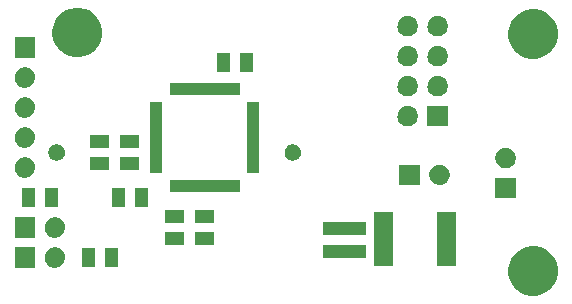
<source format=gts>
G04 (created by PCBNEW (2013-jul-07)-stable) date Ср. 13 мая 2015 13:25:07*
%MOIN*%
G04 Gerber Fmt 3.4, Leading zero omitted, Abs format*
%FSLAX34Y34*%
G01*
G70*
G90*
G04 APERTURE LIST*
%ADD10C,0.00590551*%
G04 APERTURE END LIST*
G54D10*
G36*
X43340Y-13473D02*
X43339Y-13535D01*
X43322Y-13614D01*
X43300Y-13662D01*
X43253Y-13728D01*
X43216Y-13764D01*
X43147Y-13808D01*
X43099Y-13827D01*
X43018Y-13841D01*
X42967Y-13840D01*
X42886Y-13822D01*
X42840Y-13802D01*
X42772Y-13755D01*
X42737Y-13718D01*
X42692Y-13649D01*
X42673Y-13602D01*
X42658Y-13520D01*
X42659Y-13470D01*
X42676Y-13388D01*
X42696Y-13342D01*
X42743Y-13273D01*
X42779Y-13238D01*
X42849Y-13192D01*
X42894Y-13174D01*
X42977Y-13158D01*
X43026Y-13159D01*
X43109Y-13176D01*
X43154Y-13194D01*
X43225Y-13242D01*
X43259Y-13276D01*
X43306Y-13347D01*
X43324Y-13392D01*
X43340Y-13473D01*
X43340Y-13473D01*
G37*
G36*
X43340Y-14473D02*
X43339Y-14535D01*
X43322Y-14614D01*
X43300Y-14662D01*
X43253Y-14728D01*
X43216Y-14764D01*
X43147Y-14808D01*
X43099Y-14827D01*
X43018Y-14841D01*
X42967Y-14840D01*
X42886Y-14822D01*
X42840Y-14802D01*
X42772Y-14755D01*
X42737Y-14718D01*
X42692Y-14649D01*
X42673Y-14602D01*
X42658Y-14520D01*
X42659Y-14470D01*
X42676Y-14388D01*
X42696Y-14342D01*
X42743Y-14273D01*
X42779Y-14238D01*
X42849Y-14192D01*
X42894Y-14174D01*
X42977Y-14158D01*
X43026Y-14159D01*
X43109Y-14176D01*
X43154Y-14194D01*
X43225Y-14242D01*
X43259Y-14276D01*
X43306Y-14347D01*
X43324Y-14392D01*
X43340Y-14473D01*
X43340Y-14473D01*
G37*
G36*
X43340Y-15473D02*
X43339Y-15535D01*
X43322Y-15614D01*
X43300Y-15662D01*
X43253Y-15728D01*
X43216Y-15764D01*
X43147Y-15808D01*
X43099Y-15827D01*
X43018Y-15841D01*
X42967Y-15840D01*
X42886Y-15822D01*
X42840Y-15802D01*
X42772Y-15755D01*
X42737Y-15718D01*
X42692Y-15649D01*
X42673Y-15602D01*
X42658Y-15520D01*
X42659Y-15470D01*
X42676Y-15388D01*
X42696Y-15342D01*
X42743Y-15273D01*
X42779Y-15238D01*
X42849Y-15192D01*
X42894Y-15174D01*
X42977Y-15158D01*
X43026Y-15159D01*
X43109Y-15176D01*
X43154Y-15194D01*
X43225Y-15242D01*
X43259Y-15276D01*
X43306Y-15347D01*
X43324Y-15392D01*
X43340Y-15473D01*
X43340Y-15473D01*
G37*
G36*
X43340Y-16473D02*
X43339Y-16535D01*
X43322Y-16614D01*
X43300Y-16662D01*
X43253Y-16728D01*
X43216Y-16764D01*
X43147Y-16808D01*
X43099Y-16827D01*
X43018Y-16841D01*
X42967Y-16840D01*
X42886Y-16822D01*
X42840Y-16802D01*
X42772Y-16755D01*
X42737Y-16718D01*
X42692Y-16649D01*
X42673Y-16602D01*
X42658Y-16520D01*
X42659Y-16470D01*
X42676Y-16388D01*
X42696Y-16342D01*
X42743Y-16273D01*
X42779Y-16238D01*
X42849Y-16192D01*
X42894Y-16174D01*
X42977Y-16158D01*
X43026Y-16159D01*
X43109Y-16176D01*
X43154Y-16194D01*
X43225Y-16242D01*
X43259Y-16276D01*
X43306Y-16347D01*
X43324Y-16392D01*
X43340Y-16473D01*
X43340Y-16473D01*
G37*
G36*
X43341Y-12841D02*
X42658Y-12841D01*
X42658Y-12158D01*
X43341Y-12158D01*
X43341Y-12841D01*
X43341Y-12841D01*
G37*
G36*
X43341Y-17816D02*
X42908Y-17816D01*
X42908Y-17183D01*
X43341Y-17183D01*
X43341Y-17816D01*
X43341Y-17816D01*
G37*
G36*
X43341Y-18841D02*
X42658Y-18841D01*
X42658Y-18158D01*
X43341Y-18158D01*
X43341Y-18841D01*
X43341Y-18841D01*
G37*
G36*
X43341Y-19841D02*
X42658Y-19841D01*
X42658Y-19158D01*
X43341Y-19158D01*
X43341Y-19841D01*
X43341Y-19841D01*
G37*
G36*
X44091Y-17816D02*
X43658Y-17816D01*
X43658Y-17183D01*
X44091Y-17183D01*
X44091Y-17816D01*
X44091Y-17816D01*
G37*
G36*
X44339Y-15979D02*
X44339Y-16027D01*
X44324Y-16094D01*
X44307Y-16130D01*
X44268Y-16186D01*
X44239Y-16214D01*
X44181Y-16251D01*
X44144Y-16265D01*
X44076Y-16277D01*
X44037Y-16276D01*
X43969Y-16261D01*
X43934Y-16246D01*
X43876Y-16206D01*
X43850Y-16178D01*
X43812Y-16119D01*
X43798Y-16084D01*
X43785Y-16014D01*
X43786Y-15977D01*
X43800Y-15907D01*
X43815Y-15873D01*
X43855Y-15814D01*
X43882Y-15788D01*
X43942Y-15749D01*
X43976Y-15735D01*
X44046Y-15722D01*
X44083Y-15722D01*
X44153Y-15737D01*
X44187Y-15751D01*
X44247Y-15791D01*
X44272Y-15817D01*
X44312Y-15877D01*
X44326Y-15910D01*
X44339Y-15979D01*
X44339Y-15979D01*
G37*
G36*
X44340Y-18473D02*
X44339Y-18535D01*
X44322Y-18614D01*
X44300Y-18662D01*
X44253Y-18728D01*
X44216Y-18764D01*
X44147Y-18808D01*
X44099Y-18827D01*
X44018Y-18841D01*
X43967Y-18840D01*
X43886Y-18822D01*
X43840Y-18802D01*
X43772Y-18755D01*
X43737Y-18718D01*
X43692Y-18649D01*
X43673Y-18602D01*
X43658Y-18520D01*
X43659Y-18470D01*
X43676Y-18388D01*
X43696Y-18342D01*
X43743Y-18273D01*
X43779Y-18238D01*
X43849Y-18192D01*
X43894Y-18174D01*
X43977Y-18158D01*
X44026Y-18159D01*
X44109Y-18176D01*
X44154Y-18194D01*
X44225Y-18242D01*
X44259Y-18276D01*
X44306Y-18347D01*
X44324Y-18392D01*
X44340Y-18473D01*
X44340Y-18473D01*
G37*
G36*
X44340Y-19473D02*
X44339Y-19535D01*
X44322Y-19614D01*
X44300Y-19662D01*
X44253Y-19728D01*
X44216Y-19764D01*
X44147Y-19808D01*
X44099Y-19827D01*
X44018Y-19841D01*
X43967Y-19840D01*
X43886Y-19822D01*
X43840Y-19802D01*
X43772Y-19755D01*
X43737Y-19718D01*
X43692Y-19649D01*
X43673Y-19602D01*
X43658Y-19520D01*
X43659Y-19470D01*
X43676Y-19388D01*
X43696Y-19342D01*
X43743Y-19273D01*
X43779Y-19238D01*
X43849Y-19192D01*
X43894Y-19174D01*
X43977Y-19158D01*
X44026Y-19159D01*
X44109Y-19176D01*
X44154Y-19194D01*
X44225Y-19242D01*
X44259Y-19276D01*
X44306Y-19347D01*
X44324Y-19392D01*
X44340Y-19473D01*
X44340Y-19473D01*
G37*
G36*
X45341Y-19816D02*
X44908Y-19816D01*
X44908Y-19183D01*
X45341Y-19183D01*
X45341Y-19816D01*
X45341Y-19816D01*
G37*
G36*
X45578Y-11925D02*
X45575Y-12097D01*
X45536Y-12269D01*
X45476Y-12404D01*
X45374Y-12548D01*
X45267Y-12650D01*
X45118Y-12745D01*
X44980Y-12798D01*
X44806Y-12829D01*
X44659Y-12826D01*
X44485Y-12788D01*
X44351Y-12729D01*
X44204Y-12628D01*
X44103Y-12522D01*
X44006Y-12372D01*
X43952Y-12237D01*
X43920Y-12061D01*
X43922Y-11915D01*
X43959Y-11740D01*
X44017Y-11606D01*
X44118Y-11458D01*
X44222Y-11357D01*
X44372Y-11258D01*
X44506Y-11204D01*
X44683Y-11170D01*
X44827Y-11171D01*
X45004Y-11208D01*
X45137Y-11264D01*
X45287Y-11365D01*
X45388Y-11467D01*
X45488Y-11617D01*
X45543Y-11750D01*
X45578Y-11925D01*
X45578Y-11925D01*
G37*
G36*
X45816Y-15841D02*
X45183Y-15841D01*
X45183Y-15408D01*
X45816Y-15408D01*
X45816Y-15841D01*
X45816Y-15841D01*
G37*
G36*
X45816Y-16591D02*
X45183Y-16591D01*
X45183Y-16158D01*
X45816Y-16158D01*
X45816Y-16591D01*
X45816Y-16591D01*
G37*
G36*
X46091Y-19816D02*
X45658Y-19816D01*
X45658Y-19183D01*
X46091Y-19183D01*
X46091Y-19816D01*
X46091Y-19816D01*
G37*
G36*
X46341Y-17816D02*
X45908Y-17816D01*
X45908Y-17183D01*
X46341Y-17183D01*
X46341Y-17816D01*
X46341Y-17816D01*
G37*
G36*
X46816Y-15841D02*
X46183Y-15841D01*
X46183Y-15408D01*
X46816Y-15408D01*
X46816Y-15841D01*
X46816Y-15841D01*
G37*
G36*
X46816Y-16591D02*
X46183Y-16591D01*
X46183Y-16158D01*
X46816Y-16158D01*
X46816Y-16591D01*
X46816Y-16591D01*
G37*
G36*
X47091Y-17816D02*
X46658Y-17816D01*
X46658Y-17183D01*
X47091Y-17183D01*
X47091Y-17816D01*
X47091Y-17816D01*
G37*
G36*
X47585Y-16672D02*
X47188Y-16672D01*
X47188Y-16591D01*
X47188Y-16553D01*
X47188Y-16414D01*
X47188Y-16394D01*
X47188Y-16376D01*
X47188Y-16356D01*
X47188Y-16216D01*
X47188Y-16197D01*
X47188Y-16178D01*
X47188Y-16159D01*
X47188Y-16019D01*
X47188Y-16000D01*
X47188Y-15981D01*
X47188Y-15962D01*
X47188Y-15822D01*
X47188Y-15803D01*
X47188Y-15784D01*
X47188Y-15765D01*
X47188Y-15627D01*
X47188Y-15607D01*
X47188Y-15589D01*
X47188Y-15569D01*
X47188Y-15430D01*
X47188Y-15410D01*
X47188Y-15392D01*
X47188Y-15372D01*
X47188Y-15234D01*
X47188Y-15215D01*
X47188Y-15196D01*
X47188Y-15177D01*
X47188Y-15037D01*
X47188Y-15018D01*
X47188Y-14999D01*
X47188Y-14980D01*
X47188Y-14840D01*
X47188Y-14821D01*
X47188Y-14802D01*
X47188Y-14783D01*
X47188Y-14643D01*
X47188Y-14623D01*
X47188Y-14605D01*
X47188Y-14585D01*
X47188Y-14446D01*
X47188Y-14408D01*
X47188Y-14327D01*
X47585Y-14327D01*
X47585Y-14408D01*
X47585Y-14446D01*
X47585Y-14585D01*
X47585Y-14605D01*
X47585Y-14623D01*
X47585Y-14643D01*
X47585Y-14783D01*
X47585Y-14802D01*
X47585Y-14821D01*
X47585Y-14840D01*
X47585Y-14980D01*
X47585Y-14999D01*
X47585Y-15018D01*
X47585Y-15037D01*
X47585Y-15177D01*
X47585Y-15196D01*
X47585Y-15215D01*
X47585Y-15234D01*
X47585Y-15372D01*
X47585Y-15392D01*
X47585Y-15410D01*
X47585Y-15430D01*
X47585Y-15569D01*
X47585Y-15589D01*
X47585Y-15607D01*
X47585Y-15627D01*
X47585Y-15765D01*
X47585Y-15784D01*
X47585Y-15803D01*
X47585Y-15822D01*
X47585Y-15962D01*
X47585Y-15981D01*
X47585Y-16000D01*
X47585Y-16019D01*
X47585Y-16159D01*
X47585Y-16178D01*
X47585Y-16197D01*
X47585Y-16216D01*
X47585Y-16356D01*
X47585Y-16376D01*
X47585Y-16394D01*
X47585Y-16414D01*
X47585Y-16553D01*
X47585Y-16591D01*
X47585Y-16672D01*
X47585Y-16672D01*
G37*
G36*
X48316Y-18341D02*
X47683Y-18341D01*
X47683Y-17908D01*
X48316Y-17908D01*
X48316Y-18341D01*
X48316Y-18341D01*
G37*
G36*
X48316Y-19091D02*
X47683Y-19091D01*
X47683Y-18658D01*
X48316Y-18658D01*
X48316Y-19091D01*
X48316Y-19091D01*
G37*
G36*
X49316Y-18341D02*
X48683Y-18341D01*
X48683Y-17908D01*
X49316Y-17908D01*
X49316Y-18341D01*
X49316Y-18341D01*
G37*
G36*
X49316Y-19091D02*
X48683Y-19091D01*
X48683Y-18658D01*
X49316Y-18658D01*
X49316Y-19091D01*
X49316Y-19091D01*
G37*
G36*
X49841Y-13316D02*
X49408Y-13316D01*
X49408Y-12683D01*
X49841Y-12683D01*
X49841Y-13316D01*
X49841Y-13316D01*
G37*
G36*
X50172Y-14085D02*
X50091Y-14085D01*
X50053Y-14085D01*
X49914Y-14085D01*
X49894Y-14085D01*
X49876Y-14085D01*
X49856Y-14085D01*
X49716Y-14085D01*
X49697Y-14085D01*
X49678Y-14085D01*
X49659Y-14085D01*
X49519Y-14085D01*
X49500Y-14085D01*
X49481Y-14085D01*
X49462Y-14085D01*
X49322Y-14085D01*
X49303Y-14085D01*
X49284Y-14085D01*
X49265Y-14085D01*
X49127Y-14085D01*
X49107Y-14085D01*
X49089Y-14085D01*
X49069Y-14085D01*
X48930Y-14085D01*
X48910Y-14085D01*
X48892Y-14085D01*
X48872Y-14085D01*
X48734Y-14085D01*
X48715Y-14085D01*
X48696Y-14085D01*
X48677Y-14085D01*
X48537Y-14085D01*
X48518Y-14085D01*
X48499Y-14085D01*
X48480Y-14085D01*
X48340Y-14085D01*
X48321Y-14085D01*
X48302Y-14085D01*
X48283Y-14085D01*
X48143Y-14085D01*
X48123Y-14085D01*
X48105Y-14085D01*
X48085Y-14085D01*
X47946Y-14085D01*
X47908Y-14085D01*
X47827Y-14085D01*
X47827Y-13688D01*
X47908Y-13688D01*
X47946Y-13688D01*
X48085Y-13688D01*
X48105Y-13688D01*
X48123Y-13688D01*
X48143Y-13688D01*
X48283Y-13688D01*
X48302Y-13688D01*
X48321Y-13688D01*
X48340Y-13688D01*
X48480Y-13688D01*
X48499Y-13688D01*
X48518Y-13688D01*
X48537Y-13688D01*
X48677Y-13688D01*
X48696Y-13688D01*
X48715Y-13688D01*
X48734Y-13688D01*
X48872Y-13688D01*
X48892Y-13688D01*
X48910Y-13688D01*
X48930Y-13688D01*
X49069Y-13688D01*
X49089Y-13688D01*
X49107Y-13688D01*
X49127Y-13688D01*
X49265Y-13688D01*
X49284Y-13688D01*
X49303Y-13688D01*
X49322Y-13688D01*
X49462Y-13688D01*
X49481Y-13688D01*
X49500Y-13688D01*
X49519Y-13688D01*
X49659Y-13688D01*
X49678Y-13688D01*
X49697Y-13688D01*
X49716Y-13688D01*
X49856Y-13688D01*
X49876Y-13688D01*
X49894Y-13688D01*
X49914Y-13688D01*
X50053Y-13688D01*
X50091Y-13688D01*
X50172Y-13688D01*
X50172Y-14085D01*
X50172Y-14085D01*
G37*
G36*
X50172Y-17311D02*
X50091Y-17311D01*
X50053Y-17311D01*
X49914Y-17311D01*
X49894Y-17311D01*
X49876Y-17311D01*
X49856Y-17311D01*
X49716Y-17311D01*
X49697Y-17311D01*
X49678Y-17311D01*
X49659Y-17311D01*
X49519Y-17311D01*
X49500Y-17311D01*
X49481Y-17311D01*
X49462Y-17311D01*
X49322Y-17311D01*
X49303Y-17311D01*
X49284Y-17311D01*
X49265Y-17311D01*
X49127Y-17311D01*
X49107Y-17311D01*
X49089Y-17311D01*
X49069Y-17311D01*
X48930Y-17311D01*
X48910Y-17311D01*
X48892Y-17311D01*
X48872Y-17311D01*
X48734Y-17311D01*
X48715Y-17311D01*
X48696Y-17311D01*
X48677Y-17311D01*
X48537Y-17311D01*
X48518Y-17311D01*
X48499Y-17311D01*
X48480Y-17311D01*
X48340Y-17311D01*
X48321Y-17311D01*
X48302Y-17311D01*
X48283Y-17311D01*
X48143Y-17311D01*
X48123Y-17311D01*
X48105Y-17311D01*
X48085Y-17311D01*
X47946Y-17311D01*
X47908Y-17311D01*
X47827Y-17311D01*
X47827Y-16914D01*
X47908Y-16914D01*
X47946Y-16914D01*
X48085Y-16914D01*
X48105Y-16914D01*
X48123Y-16914D01*
X48143Y-16914D01*
X48283Y-16914D01*
X48302Y-16914D01*
X48321Y-16914D01*
X48340Y-16914D01*
X48480Y-16914D01*
X48499Y-16914D01*
X48518Y-16914D01*
X48537Y-16914D01*
X48677Y-16914D01*
X48696Y-16914D01*
X48715Y-16914D01*
X48734Y-16914D01*
X48872Y-16914D01*
X48892Y-16914D01*
X48910Y-16914D01*
X48930Y-16914D01*
X49069Y-16914D01*
X49089Y-16914D01*
X49107Y-16914D01*
X49127Y-16914D01*
X49265Y-16914D01*
X49284Y-16914D01*
X49303Y-16914D01*
X49322Y-16914D01*
X49462Y-16914D01*
X49481Y-16914D01*
X49500Y-16914D01*
X49519Y-16914D01*
X49659Y-16914D01*
X49678Y-16914D01*
X49697Y-16914D01*
X49716Y-16914D01*
X49856Y-16914D01*
X49876Y-16914D01*
X49894Y-16914D01*
X49914Y-16914D01*
X50053Y-16914D01*
X50091Y-16914D01*
X50172Y-16914D01*
X50172Y-17311D01*
X50172Y-17311D01*
G37*
G36*
X50591Y-13316D02*
X50158Y-13316D01*
X50158Y-12683D01*
X50591Y-12683D01*
X50591Y-13316D01*
X50591Y-13316D01*
G37*
G36*
X50811Y-16672D02*
X50414Y-16672D01*
X50414Y-16591D01*
X50414Y-16553D01*
X50414Y-16414D01*
X50414Y-16394D01*
X50414Y-16376D01*
X50414Y-16356D01*
X50414Y-16216D01*
X50414Y-16197D01*
X50414Y-16178D01*
X50414Y-16159D01*
X50414Y-16019D01*
X50414Y-16000D01*
X50414Y-15981D01*
X50414Y-15962D01*
X50414Y-15822D01*
X50414Y-15803D01*
X50414Y-15784D01*
X50414Y-15765D01*
X50414Y-15627D01*
X50414Y-15607D01*
X50414Y-15589D01*
X50414Y-15569D01*
X50414Y-15430D01*
X50414Y-15410D01*
X50414Y-15392D01*
X50414Y-15372D01*
X50414Y-15234D01*
X50414Y-15215D01*
X50414Y-15196D01*
X50414Y-15177D01*
X50414Y-15037D01*
X50414Y-15018D01*
X50414Y-14999D01*
X50414Y-14980D01*
X50414Y-14840D01*
X50414Y-14821D01*
X50414Y-14802D01*
X50414Y-14783D01*
X50414Y-14643D01*
X50414Y-14623D01*
X50414Y-14605D01*
X50414Y-14585D01*
X50414Y-14446D01*
X50414Y-14408D01*
X50414Y-14327D01*
X50811Y-14327D01*
X50811Y-14408D01*
X50811Y-14446D01*
X50811Y-14585D01*
X50811Y-14605D01*
X50811Y-14623D01*
X50811Y-14643D01*
X50811Y-14783D01*
X50811Y-14802D01*
X50811Y-14821D01*
X50811Y-14840D01*
X50811Y-14980D01*
X50811Y-14999D01*
X50811Y-15018D01*
X50811Y-15037D01*
X50811Y-15177D01*
X50811Y-15196D01*
X50811Y-15215D01*
X50811Y-15234D01*
X50811Y-15372D01*
X50811Y-15392D01*
X50811Y-15410D01*
X50811Y-15430D01*
X50811Y-15569D01*
X50811Y-15589D01*
X50811Y-15607D01*
X50811Y-15627D01*
X50811Y-15765D01*
X50811Y-15784D01*
X50811Y-15803D01*
X50811Y-15822D01*
X50811Y-15962D01*
X50811Y-15981D01*
X50811Y-16000D01*
X50811Y-16019D01*
X50811Y-16159D01*
X50811Y-16178D01*
X50811Y-16197D01*
X50811Y-16216D01*
X50811Y-16356D01*
X50811Y-16376D01*
X50811Y-16394D01*
X50811Y-16414D01*
X50811Y-16553D01*
X50811Y-16591D01*
X50811Y-16672D01*
X50811Y-16672D01*
G37*
G36*
X52214Y-15979D02*
X52213Y-16027D01*
X52198Y-16094D01*
X52181Y-16130D01*
X52142Y-16186D01*
X52113Y-16214D01*
X52055Y-16251D01*
X52018Y-16265D01*
X51950Y-16277D01*
X51911Y-16276D01*
X51843Y-16261D01*
X51808Y-16246D01*
X51750Y-16206D01*
X51724Y-16178D01*
X51686Y-16119D01*
X51672Y-16084D01*
X51659Y-16014D01*
X51660Y-15977D01*
X51674Y-15907D01*
X51689Y-15873D01*
X51729Y-15814D01*
X51756Y-15788D01*
X51816Y-15749D01*
X51850Y-15735D01*
X51920Y-15722D01*
X51957Y-15722D01*
X52027Y-15737D01*
X52061Y-15751D01*
X52121Y-15791D01*
X52146Y-15817D01*
X52186Y-15877D01*
X52200Y-15910D01*
X52214Y-15979D01*
X52214Y-15979D01*
G37*
G36*
X54366Y-18766D02*
X53680Y-18766D01*
X53656Y-18756D01*
X53618Y-18756D01*
X52943Y-18756D01*
X52943Y-18323D01*
X53629Y-18323D01*
X53653Y-18333D01*
X53691Y-18333D01*
X54366Y-18333D01*
X54366Y-18766D01*
X54366Y-18766D01*
G37*
G36*
X54366Y-19516D02*
X53680Y-19516D01*
X53656Y-19506D01*
X53618Y-19506D01*
X52943Y-19506D01*
X52943Y-19073D01*
X53629Y-19073D01*
X53653Y-19083D01*
X53691Y-19083D01*
X54366Y-19083D01*
X54366Y-19516D01*
X54366Y-19516D01*
G37*
G36*
X55261Y-19794D02*
X54628Y-19794D01*
X54628Y-19409D01*
X54628Y-19398D01*
X54628Y-19371D01*
X54628Y-19360D01*
X54628Y-18909D01*
X54628Y-18898D01*
X54628Y-18871D01*
X54628Y-18860D01*
X54628Y-18409D01*
X54628Y-18398D01*
X54628Y-18371D01*
X54628Y-18360D01*
X54628Y-17975D01*
X55261Y-17975D01*
X55261Y-18360D01*
X55261Y-18371D01*
X55261Y-18398D01*
X55261Y-18409D01*
X55261Y-18860D01*
X55261Y-18871D01*
X55261Y-18898D01*
X55261Y-18909D01*
X55261Y-19360D01*
X55261Y-19371D01*
X55261Y-19398D01*
X55261Y-19409D01*
X55261Y-19794D01*
X55261Y-19794D01*
G37*
G36*
X56105Y-11763D02*
X56104Y-11825D01*
X56087Y-11904D01*
X56065Y-11952D01*
X56018Y-12018D01*
X55981Y-12054D01*
X55912Y-12098D01*
X55864Y-12117D01*
X55783Y-12131D01*
X55732Y-12130D01*
X55651Y-12112D01*
X55605Y-12092D01*
X55537Y-12045D01*
X55502Y-12008D01*
X55457Y-11939D01*
X55438Y-11892D01*
X55423Y-11810D01*
X55424Y-11760D01*
X55441Y-11678D01*
X55461Y-11632D01*
X55508Y-11563D01*
X55544Y-11528D01*
X55614Y-11482D01*
X55659Y-11464D01*
X55742Y-11448D01*
X55791Y-11449D01*
X55874Y-11466D01*
X55919Y-11484D01*
X55990Y-11532D01*
X56024Y-11566D01*
X56071Y-11637D01*
X56089Y-11682D01*
X56105Y-11763D01*
X56105Y-11763D01*
G37*
G36*
X56105Y-12763D02*
X56104Y-12825D01*
X56087Y-12904D01*
X56065Y-12952D01*
X56018Y-13018D01*
X55981Y-13054D01*
X55912Y-13098D01*
X55864Y-13117D01*
X55783Y-13131D01*
X55732Y-13130D01*
X55651Y-13112D01*
X55605Y-13092D01*
X55537Y-13045D01*
X55502Y-13008D01*
X55457Y-12939D01*
X55438Y-12892D01*
X55423Y-12810D01*
X55424Y-12760D01*
X55441Y-12678D01*
X55461Y-12632D01*
X55508Y-12563D01*
X55544Y-12528D01*
X55614Y-12482D01*
X55659Y-12464D01*
X55742Y-12448D01*
X55791Y-12449D01*
X55874Y-12466D01*
X55919Y-12484D01*
X55990Y-12532D01*
X56024Y-12566D01*
X56071Y-12637D01*
X56089Y-12682D01*
X56105Y-12763D01*
X56105Y-12763D01*
G37*
G36*
X56105Y-13763D02*
X56104Y-13825D01*
X56087Y-13904D01*
X56065Y-13952D01*
X56018Y-14018D01*
X55981Y-14054D01*
X55912Y-14098D01*
X55864Y-14117D01*
X55783Y-14131D01*
X55732Y-14130D01*
X55651Y-14112D01*
X55605Y-14092D01*
X55537Y-14045D01*
X55502Y-14008D01*
X55457Y-13939D01*
X55438Y-13892D01*
X55423Y-13810D01*
X55424Y-13760D01*
X55441Y-13678D01*
X55461Y-13632D01*
X55508Y-13563D01*
X55544Y-13528D01*
X55614Y-13482D01*
X55659Y-13464D01*
X55742Y-13448D01*
X55791Y-13449D01*
X55874Y-13466D01*
X55919Y-13484D01*
X55990Y-13532D01*
X56024Y-13566D01*
X56071Y-13637D01*
X56089Y-13682D01*
X56105Y-13763D01*
X56105Y-13763D01*
G37*
G36*
X56105Y-14763D02*
X56104Y-14825D01*
X56087Y-14904D01*
X56065Y-14952D01*
X56018Y-15018D01*
X55981Y-15054D01*
X55912Y-15098D01*
X55864Y-15117D01*
X55783Y-15131D01*
X55732Y-15130D01*
X55651Y-15112D01*
X55605Y-15092D01*
X55537Y-15045D01*
X55502Y-15008D01*
X55457Y-14939D01*
X55438Y-14892D01*
X55423Y-14810D01*
X55424Y-14760D01*
X55441Y-14678D01*
X55461Y-14632D01*
X55508Y-14563D01*
X55544Y-14528D01*
X55614Y-14482D01*
X55659Y-14464D01*
X55742Y-14448D01*
X55791Y-14449D01*
X55874Y-14466D01*
X55919Y-14484D01*
X55990Y-14532D01*
X56024Y-14566D01*
X56071Y-14637D01*
X56089Y-14682D01*
X56105Y-14763D01*
X56105Y-14763D01*
G37*
G36*
X56161Y-17086D02*
X55478Y-17086D01*
X55478Y-16403D01*
X56161Y-16403D01*
X56161Y-17086D01*
X56161Y-17086D01*
G37*
G36*
X57105Y-11763D02*
X57104Y-11825D01*
X57087Y-11904D01*
X57065Y-11952D01*
X57018Y-12018D01*
X56981Y-12054D01*
X56912Y-12098D01*
X56864Y-12117D01*
X56783Y-12131D01*
X56732Y-12130D01*
X56651Y-12112D01*
X56605Y-12092D01*
X56537Y-12045D01*
X56502Y-12008D01*
X56457Y-11939D01*
X56438Y-11892D01*
X56423Y-11810D01*
X56424Y-11760D01*
X56441Y-11678D01*
X56461Y-11632D01*
X56508Y-11563D01*
X56544Y-11528D01*
X56614Y-11482D01*
X56659Y-11464D01*
X56742Y-11448D01*
X56791Y-11449D01*
X56874Y-11466D01*
X56919Y-11484D01*
X56990Y-11532D01*
X57024Y-11566D01*
X57071Y-11637D01*
X57089Y-11682D01*
X57105Y-11763D01*
X57105Y-11763D01*
G37*
G36*
X57105Y-12763D02*
X57104Y-12825D01*
X57087Y-12904D01*
X57065Y-12952D01*
X57018Y-13018D01*
X56981Y-13054D01*
X56912Y-13098D01*
X56864Y-13117D01*
X56783Y-13131D01*
X56732Y-13130D01*
X56651Y-13112D01*
X56605Y-13092D01*
X56537Y-13045D01*
X56502Y-13008D01*
X56457Y-12939D01*
X56438Y-12892D01*
X56423Y-12810D01*
X56424Y-12760D01*
X56441Y-12678D01*
X56461Y-12632D01*
X56508Y-12563D01*
X56544Y-12528D01*
X56614Y-12482D01*
X56659Y-12464D01*
X56742Y-12448D01*
X56791Y-12449D01*
X56874Y-12466D01*
X56919Y-12484D01*
X56990Y-12532D01*
X57024Y-12566D01*
X57071Y-12637D01*
X57089Y-12682D01*
X57105Y-12763D01*
X57105Y-12763D01*
G37*
G36*
X57105Y-13763D02*
X57104Y-13825D01*
X57087Y-13904D01*
X57065Y-13952D01*
X57018Y-14018D01*
X56981Y-14054D01*
X56912Y-14098D01*
X56864Y-14117D01*
X56783Y-14131D01*
X56732Y-14130D01*
X56651Y-14112D01*
X56605Y-14092D01*
X56537Y-14045D01*
X56502Y-14008D01*
X56457Y-13939D01*
X56438Y-13892D01*
X56423Y-13810D01*
X56424Y-13760D01*
X56441Y-13678D01*
X56461Y-13632D01*
X56508Y-13563D01*
X56544Y-13528D01*
X56614Y-13482D01*
X56659Y-13464D01*
X56742Y-13448D01*
X56791Y-13449D01*
X56874Y-13466D01*
X56919Y-13484D01*
X56990Y-13532D01*
X57024Y-13566D01*
X57071Y-13637D01*
X57089Y-13682D01*
X57105Y-13763D01*
X57105Y-13763D01*
G37*
G36*
X57106Y-15131D02*
X56423Y-15131D01*
X56423Y-14448D01*
X57106Y-14448D01*
X57106Y-15131D01*
X57106Y-15131D01*
G37*
G36*
X57160Y-16718D02*
X57159Y-16780D01*
X57142Y-16859D01*
X57120Y-16907D01*
X57073Y-16973D01*
X57036Y-17009D01*
X56967Y-17053D01*
X56919Y-17072D01*
X56838Y-17086D01*
X56787Y-17085D01*
X56706Y-17067D01*
X56660Y-17047D01*
X56592Y-17000D01*
X56557Y-16963D01*
X56512Y-16894D01*
X56493Y-16847D01*
X56478Y-16765D01*
X56479Y-16715D01*
X56496Y-16633D01*
X56516Y-16587D01*
X56563Y-16518D01*
X56599Y-16483D01*
X56669Y-16437D01*
X56714Y-16419D01*
X56797Y-16403D01*
X56846Y-16404D01*
X56929Y-16421D01*
X56974Y-16439D01*
X57045Y-16487D01*
X57079Y-16521D01*
X57126Y-16592D01*
X57144Y-16637D01*
X57160Y-16718D01*
X57160Y-16718D01*
G37*
G36*
X57361Y-19794D02*
X56728Y-19794D01*
X56728Y-19409D01*
X56728Y-19398D01*
X56728Y-19371D01*
X56728Y-19360D01*
X56728Y-18909D01*
X56728Y-18898D01*
X56728Y-18871D01*
X56728Y-18860D01*
X56728Y-18409D01*
X56728Y-18398D01*
X56728Y-18371D01*
X56728Y-18360D01*
X56728Y-17975D01*
X57361Y-17975D01*
X57361Y-18360D01*
X57361Y-18371D01*
X57361Y-18398D01*
X57361Y-18409D01*
X57361Y-18860D01*
X57361Y-18871D01*
X57361Y-18898D01*
X57361Y-18909D01*
X57361Y-19360D01*
X57361Y-19371D01*
X57361Y-19398D01*
X57361Y-19409D01*
X57361Y-19794D01*
X57361Y-19794D01*
G37*
G36*
X59365Y-16153D02*
X59364Y-16215D01*
X59347Y-16294D01*
X59325Y-16342D01*
X59278Y-16408D01*
X59241Y-16444D01*
X59172Y-16488D01*
X59124Y-16507D01*
X59043Y-16521D01*
X58992Y-16520D01*
X58911Y-16502D01*
X58865Y-16482D01*
X58797Y-16435D01*
X58762Y-16398D01*
X58717Y-16329D01*
X58698Y-16282D01*
X58683Y-16200D01*
X58684Y-16150D01*
X58701Y-16068D01*
X58721Y-16022D01*
X58768Y-15953D01*
X58804Y-15918D01*
X58874Y-15872D01*
X58919Y-15854D01*
X59002Y-15838D01*
X59051Y-15839D01*
X59134Y-15856D01*
X59179Y-15874D01*
X59250Y-15922D01*
X59284Y-15956D01*
X59331Y-16027D01*
X59349Y-16072D01*
X59365Y-16153D01*
X59365Y-16153D01*
G37*
G36*
X59366Y-17521D02*
X58683Y-17521D01*
X58683Y-16838D01*
X59366Y-16838D01*
X59366Y-17521D01*
X59366Y-17521D01*
G37*
G36*
X60778Y-11975D02*
X60775Y-12147D01*
X60736Y-12319D01*
X60676Y-12454D01*
X60574Y-12598D01*
X60467Y-12700D01*
X60318Y-12795D01*
X60180Y-12848D01*
X60006Y-12879D01*
X59859Y-12876D01*
X59685Y-12838D01*
X59551Y-12779D01*
X59404Y-12678D01*
X59303Y-12572D01*
X59206Y-12422D01*
X59152Y-12287D01*
X59120Y-12111D01*
X59122Y-11965D01*
X59159Y-11790D01*
X59217Y-11656D01*
X59318Y-11508D01*
X59422Y-11407D01*
X59572Y-11308D01*
X59706Y-11254D01*
X59883Y-11220D01*
X60027Y-11221D01*
X60204Y-11258D01*
X60337Y-11314D01*
X60487Y-11415D01*
X60588Y-11517D01*
X60688Y-11667D01*
X60743Y-11800D01*
X60778Y-11975D01*
X60778Y-11975D01*
G37*
G36*
X60778Y-19875D02*
X60775Y-20047D01*
X60736Y-20219D01*
X60676Y-20354D01*
X60574Y-20498D01*
X60467Y-20600D01*
X60318Y-20695D01*
X60180Y-20748D01*
X60006Y-20779D01*
X59859Y-20776D01*
X59685Y-20738D01*
X59551Y-20679D01*
X59404Y-20578D01*
X59303Y-20472D01*
X59206Y-20322D01*
X59152Y-20187D01*
X59120Y-20011D01*
X59122Y-19865D01*
X59159Y-19690D01*
X59217Y-19556D01*
X59318Y-19408D01*
X59422Y-19307D01*
X59572Y-19208D01*
X59706Y-19154D01*
X59883Y-19120D01*
X60027Y-19121D01*
X60204Y-19158D01*
X60337Y-19214D01*
X60487Y-19315D01*
X60588Y-19417D01*
X60688Y-19567D01*
X60743Y-19700D01*
X60778Y-19875D01*
X60778Y-19875D01*
G37*
M02*

</source>
